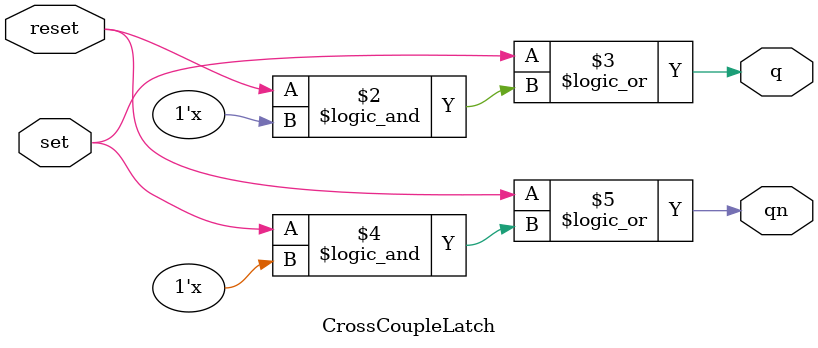
<source format=sv>
module CrossCoupleLatch (
    input set, reset,
    output reg q, qn
);
    always @* begin
        q = set || (reset && q);
        qn = reset || (set && qn);
    end
endmodule
</source>
